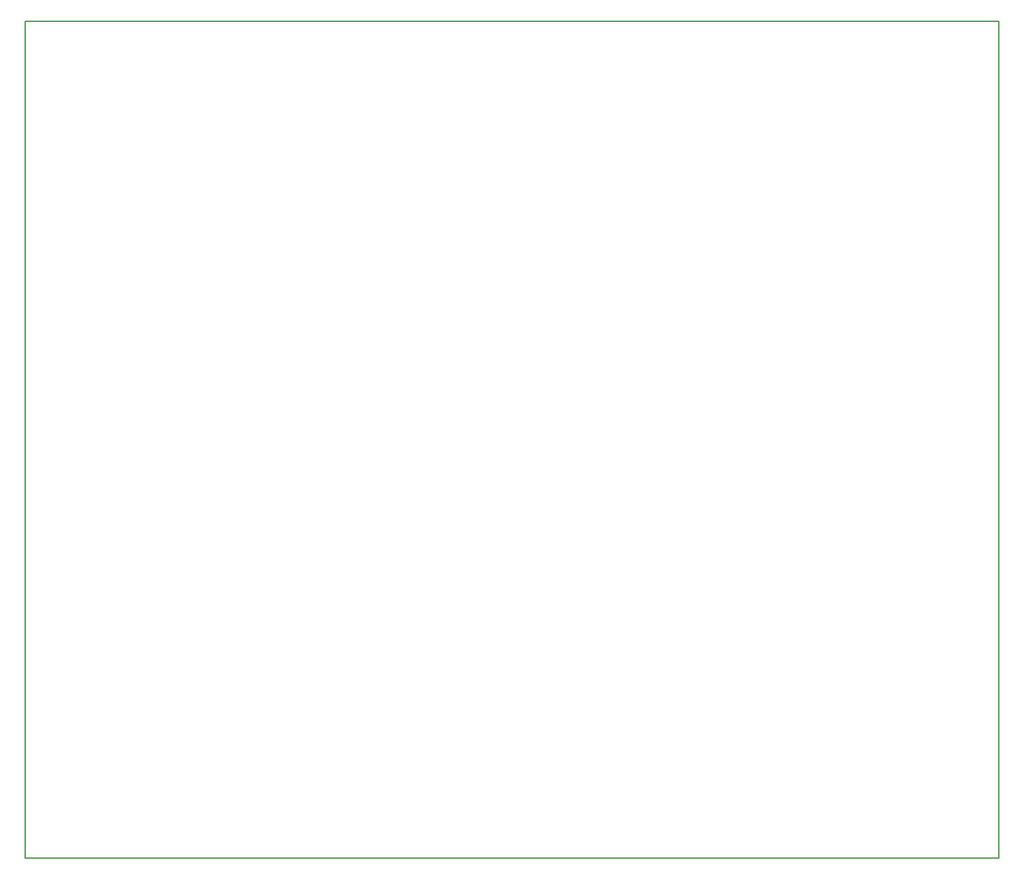
<source format=gm1>
G04 MADE WITH FRITZING*
G04 WWW.FRITZING.ORG*
G04 DOUBLE SIDED*
G04 HOLES PLATED*
G04 CONTOUR ON CENTER OF CONTOUR VECTOR*
%ASAXBY*%
%FSLAX23Y23*%
%MOIN*%
%OFA0B0*%
%SFA1.0B1.0*%
%ADD10R,5.039380X4.330720*%
%ADD11C,0.008000*%
%ADD10C,0.008*%
%LNCONTOUR*%
G90*
G70*
G54D10*
G54D11*
X4Y4327D02*
X5035Y4327D01*
X5035Y4D01*
X4Y4D01*
X4Y4327D01*
D02*
G04 End of contour*
M02*
</source>
